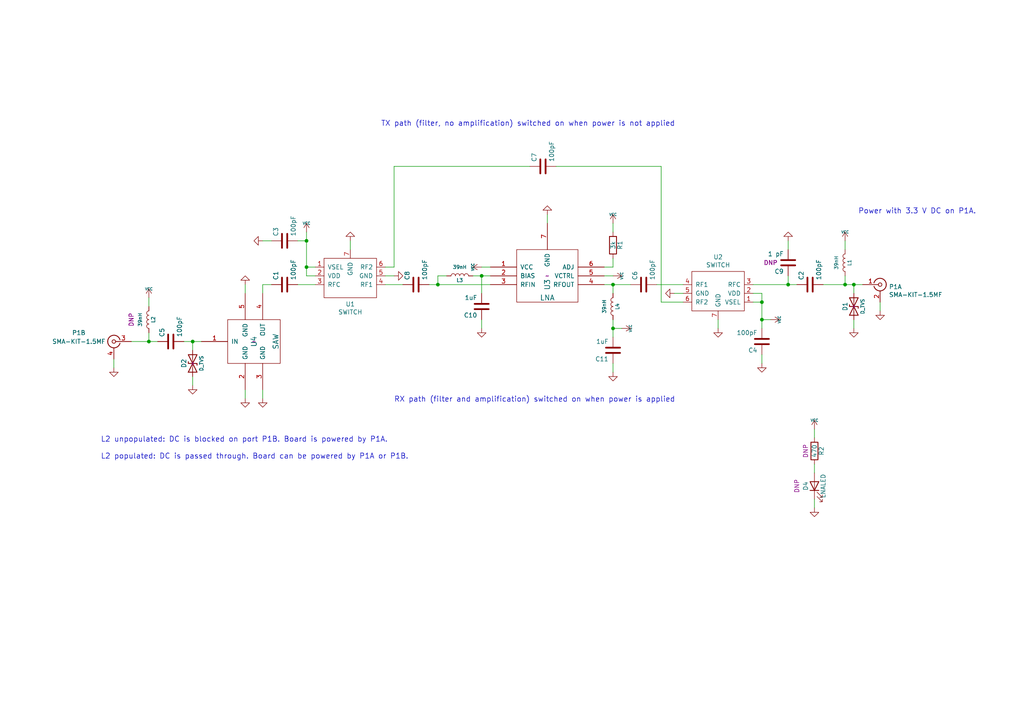
<source format=kicad_sch>
(kicad_sch (version 20230121) (generator eeschema)
  (paper "A4")
  (title_block (date "13 apr 2014"))
  (lib_symbols
    (symbol "Device:C" (pin_numbers hide) (pin_names (offset 0.254))
      (property "Reference" "C" (at 0.635 2.54 0))
      (property "Value" "C" (at 0.635 -2.54 0))
      (symbol "C_0_1"
        (polyline (pts (xy -2.032 -0.762) (xy 2.032 -0.762)) (stroke (width 0.508)))
        (polyline (pts (xy -2.032 0.762) (xy 2.032 0.762)) (stroke (width 0.508)))
      )
      (symbol "C_1_1"
        (pin passive line (at 0 3.81 270) (length 2.794) (name "~") (number "1"))
        (pin passive line (at 0 -3.81 90) (length 2.794) (name "~") (number "2"))
      )
    )
    (symbol "Device:D_TVS" (pin_numbers hide) (pin_names (offset 1.016) hide)
      (property "Reference" "D" (at 0 2.54 0))
      (property "Value" "D_TVS" (at 0 -2.54 0))
      (symbol "D_TVS_0_1"
        (polyline (pts (xy 1.27 0) (xy -1.27 0)))
        (polyline (pts (xy 0.508 1.27) (xy 0 1.27) (xy 0 -1.27) (xy -0.508 -1.27)) (stroke (width 0.254)))
        (polyline (pts (xy -2.54 1.27) (xy -2.54 -1.27) (xy 2.54 1.27) (xy 2.54 -1.27) (xy -2.54 1.27)) (stroke (width 0.254)))
      )
      (symbol "D_TVS_1_1"
        (pin passive line (at -3.81 0 0) (length 2.54) (name "A1") (number "1"))
        (pin passive line (at 3.81 0 180) (length 2.54) (name "A2") (number "2"))
      )
    )
    (symbol "Device:L" (pin_numbers hide) (pin_names (offset 1.016) hide)
      (property "Reference" "L" (at -1.27 0 90))
      (property "Value" "L" (at 1.905 0 90))
      (symbol "L_0_1"
        (arc (start 0 -2.54) (mid 0.6323 -1.905) (end 0 -1.27))
        (arc (start 0 -1.27) (mid 0.6323 -0.635) (end 0 0))
        (arc (start 0 0) (mid 0.6323 0.635) (end 0 1.27))
        (arc (start 0 1.27) (mid 0.6323 1.905) (end 0 2.54))
      )
      (symbol "L_1_1"
        (pin passive line (at 0 3.81 270) (length 1.27) (name "1") (number "1"))
        (pin passive line (at 0 -3.81 90) (length 1.27) (name "2") (number "2"))
      )
    )
    (symbol "Device:LED" (pin_numbers hide) (pin_names (offset 1.016) hide)
      (property "Reference" "D" (at 0 2.54 0))
      (property "Value" "LED" (at 0 -2.54 0))
      (symbol "LED_0_1"
        (polyline (pts (xy -1.27 -1.27) (xy -1.27 1.27)) (stroke (width 0.254)))
        (polyline (pts (xy -1.27 0) (xy 1.27 0)))
        (polyline (pts (xy 1.27 -1.27) (xy 1.27 1.27) (xy -1.27 0) (xy 1.27 -1.27)) (stroke (width 0.254)))
        (polyline (pts (xy -3.048 -0.762) (xy -4.572 -2.286) (xy -3.81 -2.286) (xy -4.572 -2.286) (xy -4.572 -1.524)))
        (polyline (pts (xy -1.778 -0.762) (xy -3.302 -2.286) (xy -2.54 -2.286) (xy -3.302 -2.286) (xy -3.302 -1.524)))
      )
      (symbol "LED_1_1"
        (pin passive line (at -3.81 0 0) (length 2.54) (name "K") (number "1"))
        (pin passive line (at 3.81 0 180) (length 2.54) (name "A") (number "2"))
      )
    )
    (symbol "Device:R" (pin_numbers hide) (pin_names (offset 0))
      (property "Reference" "R" (at 2.032 0 90))
      (property "Value" "R" (at 0 0 90))
      (symbol "R_0_1"
        (rectangle (start -1.016 -2.54) (end 1.016 2.54) (stroke (width 0.254)))
      )
      (symbol "R_1_1"
        (pin passive line (at 0 3.81 270) (length 1.27) (name "~") (number "1"))
        (pin passive line (at 0 -3.81 90) (length 1.27) (name "~") (number "2"))
      )
    )
    (symbol "LNA915-rescue:BGB741L7ESD-gsg-symbols" (pin_names (offset 1.016))
      (property "Reference" "U" (at 0 -2.54 90))
      (property "Value" "gsg-symbols_BGB741L7ESD" (at 0 -6.35 0))
      (symbol "BGB741L7ESD-gsg-symbols_0_1"
        (rectangle (start -8.89 7.62) (end 8.89 -7.62))
      )
      (symbol "BGB741L7ESD-gsg-symbols_1_1"
        (pin power_in line (at -16.51 2.54 0) (length 7.62) (name "VCC") (number "1"))
        (pin output line (at -16.51 0 0) (length 7.62) (name "BIAS") (number "2"))
        (pin input line (at -16.51 -2.54 0) (length 7.62) (name "RFIN") (number "3"))
        (pin output line (at 16.51 -2.54 180) (length 7.62) (name "RFOUT") (number "4"))
        (pin input line (at 16.51 0 180) (length 7.62) (name "VCTRL") (number "5"))
        (pin input line (at 16.51 2.54 180) (length 7.62) (name "ADJ") (number "6"))
        (pin power_in line (at 0 15.24 270) (length 7.62) (name "GND") (number "7"))
      )
    )
    (symbol "LNA915-rescue:FAR-F5QA-gsg-symbols" (pin_names (offset 1.016))
      (property "Reference" "U" (at 0 0 90))
      (property "Value" "gsg-symbols_FAR-F5QA" (at 6.35 0 90))
      (symbol "FAR-F5QA-gsg-symbols_0_1"
        (rectangle (start -7.62 6.35) (end 7.62 -6.35))
      )
      (symbol "FAR-F5QA-gsg-symbols_1_1"
        (pin bidirectional line (at -15.24 0 0) (length 7.62) (name "IN") (number "1"))
        (pin power_in line (at -2.54 -13.97 90) (length 7.62) (name "GND") (number "2"))
        (pin power_in line (at 2.54 -13.97 90) (length 7.62) (name "GND") (number "3"))
        (pin bidirectional line (at 2.54 13.97 270) (length 7.62) (name "OUT") (number "4"))
        (pin power_in line (at -2.54 13.97 270) (length 7.62) (name "GND") (number "5"))
      )
    )
    (symbol "LNA915-rescue:GRF6011-gsg-symbols" (pin_names (offset 1.016))
      (property "Reference" "U" (at 0 -2.54 0))
      (property "Value" "gsg-symbols_GRF6011" (at 0 -5.08 0))
      (symbol "GRF6011-gsg-symbols_0_1"
        (rectangle (start -7.62 5.08) (end 7.62 -6.35))
      )
      (symbol "GRF6011-gsg-symbols_1_1"
        (pin input line (at -10.16 2.54 0) (length 2.54) (name "VSEL") (number "1"))
        (pin power_in line (at -10.16 0 0) (length 2.54) (name "VDD") (number "2"))
        (pin bidirectional line (at -10.16 -2.54 0) (length 2.54) (name "RFC") (number "3"))
        (pin bidirectional line (at 10.16 -2.54 180) (length 2.54) (name "RF1") (number "4"))
        (pin power_in line (at 10.16 0 180) (length 2.54) (name "GND") (number "5"))
        (pin bidirectional line (at 10.16 2.54 180) (length 2.54) (name "RF2") (number "6"))
        (pin power_in line (at 0 7.62 270) (length 2.54) (name "GND") (number "7"))
      )
    )
    (symbol "LNA915-rescue:SMA-KIT-1.5MF-gsg-symbols" (pin_names (offset 1.016) hide)
      (property "Reference" "P" (at 0 3.302 0))
      (property "Value" "gsg-symbols_SMA-KIT-1.5MF" (at 3.048 0 90))
      (symbol "SMA-KIT-1.5MF-gsg-symbols_0_1"
        (arc (start -1.778 -0.508) (mid 0.2311 -1.8066) (end 1.778 0) (stroke (width 0.254)))
        (circle (center 0 0) (radius 0.508) (stroke (width 0.2032)))
        (arc (start 1.778 0) (mid 0.2099 1.8101) (end -1.778 0.508) (stroke (width 0.254)))
      )
      (symbol "SMA-KIT-1.5MF-gsg-symbols_1_1"
        (pin passive line (at -5.08 0 0) (length 4.572) (name "RF") (number "1"))
        (pin passive line (at 0 -5.08 90) (length 3.302) (name "SHIELD") (number "2"))
      )
      (symbol "SMA-KIT-1.5MF-gsg-symbols_2_1"
        (pin passive line (at -5.08 0 0) (length 4.572) (name "RF") (number "3"))
        (pin passive line (at 0 -5.08 90) (length 3.302) (name "SHIELD") (number "4"))
      )
    )
    (symbol "power:GND" (power) (pin_names (offset 0))
      (property "Value" "GND" (at 0 -3.81 0))
      (symbol "GND_0_1"
        (polyline (pts (xy 0 0) (xy 0 -1.27) (xy 1.27 -1.27) (xy 0 -2.54) (xy -1.27 -1.27) (xy 0 -1.27)))
      )
      (symbol "GND_1_1"
        (pin power_in line (at 0 0 270) (length 0) hide (name "GND") (number "1"))
      )
    )
    (symbol "power:VCC" (power) (pin_names (offset 0))
      (property "Value" "VCC" (at 0 3.81 0))
      (symbol "VCC_0_1"
        (polyline (pts (xy -0.762 1.27) (xy 0 2.54)))
        (polyline (pts (xy 0 0) (xy 0 2.54)))
        (polyline (pts (xy 0 2.54) (xy 0.762 1.27)))
      )
      (symbol "VCC_1_1"
        (pin power_in line (at 0 0 90) (length 0) hide (name "VCC") (number "1"))
      )
    )
  )
  (junction (at 43.18 99.06))
  (junction (at 247.65 82.55))
  (junction (at 220.98 87.63))
  (junction (at 220.98 92.71))
  (junction (at 88.9 77.47))
  (junction (at 55.88 99.06))
  (junction (at 177.8 95.25))
  (junction (at 127 82.55))
  (junction (at 228.6 82.55))
  (junction (at 245.11 82.55))
  (junction (at 177.8 82.55))
  (junction (at 139.7 80.01))
  (junction (at 88.9 69.85))
  (wire (pts (xy 158.75 62.23) (xy 158.75 64.77)))
  (wire (pts (xy 228.6 80.01) (xy 228.6 82.55)))
  (wire (pts (xy 129.54 80.01) (xy 127 80.01)))
  (wire (pts (xy 245.11 69.85) (xy 245.11 72.39)))
  (wire (pts (xy 236.22 144.78) (xy 236.22 147.32)))
  (wire (pts (xy 177.8 95.25) (xy 177.8 97.79)))
  (wire (pts (xy 177.8 64.77) (xy 177.8 67.31)))
  (wire (pts (xy 220.98 85.09) (xy 220.98 87.63)))
  (wire (pts (xy 55.88 99.06) (xy 55.88 101.6)))
  (wire (pts (xy 111.76 77.47) (xy 114.3 77.47)))
  (wire (pts (xy 88.9 69.85) (xy 88.9 67.31)))
  (wire (pts (xy 55.88 111.76) (xy 55.88 109.22)))
  (wire (pts (xy 137.16 80.01) (xy 139.7 80.01)))
  (wire (pts (xy 220.98 102.87) (xy 220.98 105.41)))
  (wire (pts (xy 71.12 113.03) (xy 71.12 115.57)))
  (wire (pts (xy 255.27 87.63) (xy 255.27 90.17)))
  (wire (pts (xy 76.2 82.55) (xy 78.74 82.55)))
  (wire (pts (xy 76.2 82.55) (xy 76.2 85.09)))
  (wire (pts (xy 177.8 77.47) (xy 177.8 74.93)))
  (wire (pts (xy 111.76 82.55) (xy 116.84 82.55)))
  (wire (pts (xy 195.58 85.09) (xy 198.12 85.09)))
  (wire (pts (xy 177.8 82.55) (xy 182.88 82.55)))
  (wire (pts (xy 175.26 80.01) (xy 177.8 80.01)))
  (wire (pts (xy 139.7 80.01) (xy 139.7 85.09)))
  (wire (pts (xy 220.98 92.71) (xy 220.98 95.25)))
  (wire (pts (xy 175.26 82.55) (xy 177.8 82.55)))
  (wire (pts (xy 191.77 48.26) (xy 191.77 87.63)))
  (wire (pts (xy 55.88 99.06) (xy 58.42 99.06)))
  (wire (pts (xy 175.26 77.47) (xy 177.8 77.47)))
  (wire (pts (xy 76.2 113.03) (xy 76.2 115.57)))
  (wire (pts (xy 236.22 124.46) (xy 236.22 127)))
  (wire (pts (xy 114.3 80.01) (xy 111.76 80.01)))
  (wire (pts (xy 238.76 82.55) (xy 245.11 82.55)))
  (wire (pts (xy 177.8 95.25) (xy 180.34 95.25)))
  (wire (pts (xy 88.9 77.47) (xy 88.9 69.85)))
  (wire (pts (xy 247.65 92.71) (xy 247.65 95.25)))
  (wire (pts (xy 127 82.55) (xy 142.24 82.55)))
  (wire (pts (xy 86.36 82.55) (xy 91.44 82.55)))
  (wire (pts (xy 38.1 99.06) (xy 43.18 99.06)))
  (wire (pts (xy 218.44 87.63) (xy 220.98 87.63)))
  (wire (pts (xy 220.98 87.63) (xy 220.98 92.71)))
  (wire (pts (xy 247.65 82.55) (xy 247.65 85.09)))
  (wire (pts (xy 86.36 69.85) (xy 88.9 69.85)))
  (wire (pts (xy 236.22 134.62) (xy 236.22 137.16)))
  (wire (pts (xy 218.44 82.55) (xy 228.6 82.55)))
  (wire (pts (xy 71.12 82.55) (xy 71.12 85.09)))
  (wire (pts (xy 223.52 92.71) (xy 220.98 92.71)))
  (wire (pts (xy 114.3 77.47) (xy 114.3 48.26)))
  (wire (pts (xy 139.7 80.01) (xy 142.24 80.01)))
  (wire (pts (xy 208.28 92.71) (xy 208.28 95.25)))
  (wire (pts (xy 127 80.01) (xy 127 82.55)))
  (wire (pts (xy 198.12 82.55) (xy 190.5 82.55)))
  (wire (pts (xy 33.02 106.68) (xy 33.02 104.14)))
  (wire (pts (xy 43.18 99.06) (xy 45.72 99.06)))
  (wire (pts (xy 43.18 96.52) (xy 43.18 99.06)))
  (wire (pts (xy 91.44 77.47) (xy 88.9 77.47)))
  (wire (pts (xy 53.34 99.06) (xy 55.88 99.06)))
  (wire (pts (xy 91.44 80.01) (xy 88.9 80.01)))
  (wire (pts (xy 43.18 86.36) (xy 43.18 88.9)))
  (wire (pts (xy 88.9 80.01) (xy 88.9 77.47)))
  (wire (pts (xy 76.2 69.85) (xy 78.74 69.85)))
  (wire (pts (xy 124.46 82.55) (xy 127 82.55)))
  (wire (pts (xy 139.7 77.47) (xy 142.24 77.47)))
  (wire (pts (xy 139.7 95.25) (xy 139.7 92.71)))
  (wire (pts (xy 191.77 87.63) (xy 198.12 87.63)))
  (wire (pts (xy 245.11 80.01) (xy 245.11 82.55)))
  (wire (pts (xy 177.8 82.55) (xy 177.8 85.09)))
  (wire (pts (xy 177.8 105.41) (xy 177.8 107.95)))
  (wire (pts (xy 228.6 82.55) (xy 231.14 82.55)))
  (wire (pts (xy 114.3 48.26) (xy 153.67 48.26)))
  (wire (pts (xy 218.44 85.09) (xy 220.98 85.09)))
  (wire (pts (xy 247.65 82.55) (xy 250.19 82.55)))
  (wire (pts (xy 161.29 48.26) (xy 191.77 48.26)))
  (wire (pts (xy 101.6 72.39) (xy 101.6 69.85)))
  (wire (pts (xy 177.8 92.71) (xy 177.8 95.25)))
  (wire (pts (xy 228.6 69.85) (xy 228.6 72.39)))
  (wire (pts (xy 245.11 82.55) (xy 247.65 82.55)))
  (text "Power with 3.3 V DC on P1A." (at 248.92 62.23 0) (effects (font (size 1.524 1.524)) (justify left bottom)))
  (text "L2 unpopulated: DC is blocked on port P1B. Board is powered by P1A.\n\nL2 populated: DC is passed through. Board can be powered by P1A or P1B." (at 29.21 133.35 0) (effects (font (size 1.524 1.524)) (justify left bottom)))
  (text "TX path (filter, no amplification) switched on when power is not applied" (at 110.49 36.83 0) (effects (font (size 1.524 1.524)) (justify left bottom)))
  (text "RX path (filter and amplification) switched on when power is applied\n" (at 114.3 116.84 0) (effects (font (size 1.524 1.524)) (justify left bottom)))
  (symbol (lib_id "Device:D_TVS") (at 247.65 88.9 90) (unit 1)
    (property "Reference" "D1" (at 245.11 88.9 0))
    (property "Value" "D_TVS" (at 250.19 88.9 0) (effects (font (size 1.016 1.016))))
    (property "Footprint" "gsg-modules:0402" (effects hide))
    (property "Datasheet" "~" (at 247.65 88.9 0) (effects (font (size 1.524 1.524))))
    (property "Manufacturer" "Murata" (effects hide))
    (property "Part Number" "LXES15AAA1-153" (effects hide))
    (property "Description" "TVS DIODE 4V 1005" (effects hide))
  )
  (symbol (lib_id "power:GND") (at 255.27 90.17 0) (unit 1)
    (property "Reference" "#PWR01" (effects hide))
    (property "Value" "GND" (effects hide))
  )
  (symbol (lib_id "power:GND") (at 247.65 95.25 0) (unit 1)
    (property "Reference" "#PWR02" (effects hide))
    (property "Value" "GND" (effects hide))
  )
  (symbol (lib_id "power:GND") (at 55.88 111.76 0) (unit 1)
    (property "Reference" "#PWR03" (effects hide))
    (property "Value" "GND" (effects hide))
  )
  (symbol (lib_id "power:GND") (at 33.02 106.68 0) (unit 1)
    (property "Reference" "#PWR04" (effects hide))
    (property "Value" "GND" (effects hide))
  )
  (symbol (lib_id "Device:C") (at 49.53 99.06 90) (unit 1)
    (property "Reference" "C5" (at 46.99 97.79 0) (effects (justify left)))
    (property "Value" "100pF" (at 52.07 97.79 0) (effects (justify left)))
    (property "Footprint" "gsg-modules:0402" (effects hide))
    (property "Manufacturer" "Murata" (effects hide))
    (property "Part Number" "GCM1555C1H101JA16" (effects hide))
    (property "Description" "CAP CER 100PF 50V 5% NP0 0402" (effects hide))
  )
  (symbol (lib_id "LNA915-rescue:FAR-F5QA-gsg-symbols") (at 73.66 99.06 0) (unit 1)
    (property "Reference" "U4" (at 73.66 99.06 90) (effects (font (size 1.524 1.524))))
    (property "Value" "SAW" (at 80.01 99.06 90) (effects (font (size 1.524 1.524))))
    (property "Footprint" "gsg-modules:F5Q" (effects hide))
    (property "Datasheet" "~" (at 73.66 99.06 0) (effects (font (size 1.524 1.524))))
    (property "Manufacturer" "Taiyo Yuden" (effects hide))
    (property "Part Number" "FAR-F5QA-915M00-M2AK-J" (effects hide))
    (property "Description" "FILTER SAW 915MHZ ISM900 SMD" (effects hide))
  )
  (symbol (lib_id "power:GND") (at 71.12 115.57 0) (unit 1)
    (property "Reference" "#PWR05" (effects hide))
    (property "Value" "GND" (effects hide))
  )
  (symbol (lib_id "power:GND") (at 76.2 115.57 0) (unit 1)
    (property "Reference" "#PWR06" (effects hide))
    (property "Value" "GND" (effects hide))
  )
  (symbol (lib_id "power:GND") (at 71.12 82.55 180) (unit 1)
    (property "Reference" "#PWR07" (effects hide))
    (property "Value" "GND" (effects hide))
  )
  (symbol (lib_id "Device:LED") (at 236.22 140.97 90) (unit 1)
    (property "Reference" "D4" (at 233.68 140.97 0))
    (property "Value" "LNALED" (at 238.76 140.97 0))
    (property "Footprint" "gsg-modules:0402" (effects hide))
    (property "Note" "DNP" (at 231.14 140.97 0))
  )
  (symbol (lib_id "LNA915-rescue:BGB741L7ESD-gsg-symbols") (at 158.75 80.01 0) (unit 1)
    (property "Reference" "U3" (at 158.75 82.55 90) (effects (font (size 1.524 1.524))))
    (property "Value" "LNA" (at 158.75 86.36 0) (effects (font (size 1.524 1.524))))
    (property "Footprint" "gsg-modules:TSLP-7-1" (effects hide))
    (property "Datasheet" "~" (at 158.75 80.01 0) (effects (font (size 1.524 1.524))))
    (property "Manufacturer" "Infineon" (effects hide))
    (property "Part Number" "BGB 741L7ESD E6327" (effects hide))
    (property "Description" "IC AMP MMIC LNA TSLP7-1" (effects hide))
  )
  (symbol (lib_id "power:GND") (at 158.75 62.23 180) (unit 1)
    (property "Reference" "#PWR08" (effects hide))
    (property "Value" "GND" (effects hide))
  )
  (symbol (lib_id "power:VCC") (at 139.7 77.47 90) (unit 1)
    (property "Reference" "#PWR09" (effects hide))
    (property "Value" "VCC" (at 137.16 77.47 0) (effects (font (size 0.762 0.762))))
  )
  (symbol (lib_id "Device:R") (at 177.8 71.12 0) (unit 1)
    (property "Reference" "R1" (at 179.832 71.12 90))
    (property "Value" "3k" (at 177.8 71.12 90))
    (property "Footprint" "gsg-modules:0402" (effects hide))
    (property "Manufacturer" "Stackpole" (effects hide))
    (property "Part Number" "RMCF0402FT3K00" (effects hide))
    (property "Description" "RES 3K OHM 1/16W 1% 0402" (effects hide))
  )
  (symbol (lib_id "power:VCC") (at 177.8 64.77 0) (unit 1)
    (property "Reference" "#PWR010" (effects hide))
    (property "Value" "VCC" (at 177.8 62.23 0) (effects (font (size 0.762 0.762))))
  )
  (symbol (lib_id "power:VCC") (at 177.8 80.01 270) (unit 1)
    (property "Reference" "#PWR011" (effects hide))
    (property "Value" "VCC" (at 180.34 80.01 0) (effects (font (size 0.762 0.762))))
  )
  (symbol (lib_id "Device:L") (at 177.8 88.9 180) (unit 1)
    (property "Reference" "L4" (at 179.07 88.9 90) (effects (font (size 1.016 1.016))))
    (property "Value" "39nH" (at 175.26 88.9 90) (effects (font (size 1.016 1.016))))
    (property "Footprint" "gsg-modules:0402" (effects hide))
    (property "Manufacturer" "Taiyo Yuden" (effects hide))
    (property "Part Number" "HK100539NJ-T" (effects hide))
    (property "Description" "INDUCTOR HI FREQ 39NH 5% 0402" (effects hide))
  )
  (symbol (lib_id "power:VCC") (at 180.34 95.25 270) (unit 1)
    (property "Reference" "#PWR012" (effects hide))
    (property "Value" "VCC" (at 182.88 95.25 0) (effects (font (size 0.762 0.762))))
  )
  (symbol (lib_id "Device:C") (at 139.7 88.9 180) (unit 1)
    (property "Reference" "C10" (at 138.43 91.44 0) (effects (justify left)))
    (property "Value" "1uF" (at 138.43 86.36 0) (effects (justify left)))
    (property "Footprint" "gsg-modules:0402" (effects hide))
    (property "Manufacturer" "Taiyo Yuden" (effects hide))
    (property "Part Number" "LMK105BJ105KV-F" (effects hide))
    (property "Description" "CAP CER 1UF 10V 10% X5R 0402" (effects hide))
  )
  (symbol (lib_id "power:GND") (at 139.7 95.25 0) (unit 1)
    (property "Reference" "#PWR013" (effects hide))
    (property "Value" "GND" (effects hide))
  )
  (symbol (lib_id "power:GND") (at 177.8 107.95 0) (unit 1)
    (property "Reference" "#PWR014" (effects hide))
    (property "Value" "GND" (effects hide))
  )
  (symbol (lib_id "Device:L") (at 133.35 80.01 90) (unit 1)
    (property "Reference" "L3" (at 133.35 81.28 90) (effects (font (size 1.016 1.016))))
    (property "Value" "39nH" (at 133.35 77.47 90) (effects (font (size 1.016 1.016))))
    (property "Footprint" "gsg-modules:0402" (effects hide))
    (property "Manufacturer" "Taiyo Yuden" (effects hide))
    (property "Part Number" "HK100539NJ-T" (effects hide))
    (property "Description" "INDUCTOR HI FREQ 39NH 5% 0402" (effects hide))
  )
  (symbol (lib_id "Device:L") (at 245.11 76.2 180) (unit 1)
    (property "Reference" "L1" (at 246.38 76.2 90) (effects (font (size 1.016 1.016))))
    (property "Value" "39nH" (at 242.57 76.2 90) (effects (font (size 1.016 1.016))))
    (property "Footprint" "gsg-modules:0402" (effects hide))
    (property "Manufacturer" "Taiyo Yuden" (effects hide))
    (property "Part Number" "HK100539NJ-T" (effects hide))
    (property "Description" "INDUCTOR HI FREQ 39NH 5% 0402" (effects hide))
  )
  (symbol (lib_id "power:VCC") (at 245.11 69.85 0) (unit 1)
    (property "Reference" "#PWR015" (effects hide))
    (property "Value" "VCC" (at 245.11 67.31 0) (effects (font (size 0.762 0.762))))
  )
  (symbol (lib_id "Device:R") (at 236.22 130.81 0) (unit 1)
    (property "Reference" "R2" (at 238.252 130.81 90))
    (property "Value" "470" (at 236.22 130.81 90))
    (property "Footprint" "gsg-modules:0402" (effects hide))
    (property "Manufacturer" "Stackpole" (effects hide))
    (property "Part Number" "RMCF0402JT470R" (effects hide))
    (property "Description" "RES TF 1/16W 470 OHM 5% 0402" (effects hide))
    (property "Note" "DNP" (at 233.68 130.81 90))
  )
  (symbol (lib_id "power:GND") (at 236.22 147.32 0) (unit 1)
    (property "Reference" "#PWR016" (effects hide))
    (property "Value" "GND" (effects hide))
  )
  (symbol (lib_id "power:VCC") (at 236.22 124.46 0) (unit 1)
    (property "Reference" "#PWR017" (effects hide))
    (property "Value" "VCC" (at 236.22 121.92 0) (effects (font (size 0.762 0.762))))
  )
  (symbol (lib_id "Device:C") (at 157.48 48.26 90) (unit 1)
    (property "Reference" "C7" (at 154.94 46.99 0) (effects (justify left)))
    (property "Value" "100pF" (at 160.02 46.99 0) (effects (justify left)))
    (property "Footprint" "gsg-modules:0402" (effects hide))
    (property "Manufacturer" "Murata" (effects hide))
    (property "Part Number" "GCM1555C1H101JA16" (effects hide))
    (property "Description" "CAP CER 100PF 50V 5% NP0 0402" (effects hide))
  )
  (symbol (lib_id "Device:C") (at 120.65 82.55 90) (unit 1)
    (property "Reference" "C8" (at 118.11 81.28 0) (effects (justify left)))
    (property "Value" "100pF" (at 123.19 81.28 0) (effects (justify left)))
    (property "Footprint" "gsg-modules:0402" (effects hide))
    (property "Manufacturer" "Murata" (effects hide))
    (property "Part Number" "GCM1555C1H101JA16" (effects hide))
    (property "Description" "CAP CER 100PF 50V 5% NP0 0402" (effects hide))
  )
  (symbol (lib_id "Device:C") (at 186.69 82.55 90) (unit 1)
    (property "Reference" "C6" (at 184.15 81.28 0) (effects (justify left)))
    (property "Value" "100pF" (at 189.23 81.28 0) (effects (justify left)))
    (property "Footprint" "gsg-modules:0402" (effects hide))
    (property "Manufacturer" "Murata" (effects hide))
    (property "Part Number" "GCM1555C1H101JA16" (effects hide))
    (property "Description" "CAP CER 100PF 50V 5% NP0 0402" (effects hide))
  )
  (symbol (lib_id "Device:C") (at 234.95 82.55 90) (unit 1)
    (property "Reference" "C2" (at 232.41 81.28 0) (effects (justify left)))
    (property "Value" "100pF" (at 237.49 81.28 0) (effects (justify left)))
    (property "Footprint" "gsg-modules:0402" (effects hide))
    (property "Manufacturer" "Murata" (effects hide))
    (property "Part Number" "GCM1555C1H101JA16" (effects hide))
    (property "Description" "CAP CER 100PF 50V 5% NP0 0402" (effects hide))
  )
  (symbol (lib_id "Device:C") (at 82.55 82.55 90) (unit 1)
    (property "Reference" "C1" (at 80.01 81.28 0) (effects (justify left)))
    (property "Value" "100pF" (at 85.09 81.28 0) (effects (justify left)))
    (property "Footprint" "gsg-modules:0402" (effects hide))
    (property "Manufacturer" "Murata" (effects hide))
    (property "Part Number" "GCM1555C1H101JA16" (effects hide))
    (property "Description" "CAP CER 100PF 50V 5% NP0 0402" (effects hide))
  )
  (symbol (lib_id "Device:C") (at 177.8 101.6 180) (unit 1)
    (property "Reference" "C11" (at 176.53 104.14 0) (effects (justify left)))
    (property "Value" "1uF" (at 176.53 99.06 0) (effects (justify left)))
    (property "Footprint" "gsg-modules:0402" (effects hide))
    (property "Manufacturer" "Taiyo Yuden" (effects hide))
    (property "Part Number" "LMK105BJ105KV-F" (effects hide))
    (property "Description" "CAP CER 1UF 10V 10% X5R 0402" (effects hide))
  )
  (symbol (lib_id "Device:D_TVS") (at 55.88 105.41 90) (unit 1)
    (property "Reference" "D2" (at 53.34 105.41 0))
    (property "Value" "D_TVS" (at 58.42 105.41 0) (effects (font (size 1.016 1.016))))
    (property "Footprint" "gsg-modules:0402" (effects hide))
    (property "Datasheet" "~" (at 55.88 105.41 0) (effects (font (size 1.524 1.524))))
    (property "Manufacturer" "Murata" (effects hide))
    (property "Part Number" "LXES15AAA1-153" (effects hide))
    (property "Description" "TVS DIODE 4V 1005" (effects hide))
  )
  (symbol (lib_id "LNA915-rescue:GRF6011-gsg-symbols") (at 101.6 80.01 0) (unit 1)
    (property "Reference" "U1" (at 101.6 88.2142 0))
    (property "Value" "SWITCH" (at 101.6 90.5256 0))
    (property "Footprint" "gsg-modules:GRF6011" (effects hide))
    (property "Description" "SPDT Failsafe Switch 0.1 –6.0 GHz " (effects hide))
    (property "Manufacturer" "Guerrilla RF" (effects hide))
    (property "Part Number" "GRF6011" (effects hide))
  )
  (symbol (lib_id "LNA915-rescue:SMA-KIT-1.5MF-gsg-symbols") (at 255.27 82.55 0) (unit 1)
    (property "Reference" "P1" (at 257.81 83.185 0) (effects (justify left)))
    (property "Value" "SMA-KIT-1.5MF" (at 257.81 85.4964 0) (effects (justify left)))
    (property "Footprint" "gsg-modules:SMA-KIT-1.5MF" (effects hide))
    (property "Description" "HOUSING BRASS 0.43\"DIA X 1.5\"L" (effects hide))
    (property "Manufacturer" "Crystek" (effects hide))
    (property "Part Number" "SMA-KIT-1.5MF" (effects hide))
  )
  (symbol (lib_id "LNA915-rescue:SMA-KIT-1.5MF-gsg-symbols") (at 33.02 99.06 0) (mirror y) (unit 2)
    (property "Reference" "P1" (at 22.86 96.52 0))
    (property "Value" "SMA-KIT-1.5MF" (at 22.86 99.06 0))
    (property "Footprint" "gsg-modules:SMA-KIT-1.5MF" (effects hide))
    (property "Description" "HOUSING BRASS 0.43\"DIA X 1.5\"L" (effects hide))
    (property "Manufacturer" "Crystek" (effects hide))
    (property "Part Number" "SMA-KIT-1.5MF" (effects hide))
  )
  (symbol (lib_id "LNA915-rescue:GRF6011-gsg-symbols") (at 208.28 85.09 180) (unit 1)
    (property "Reference" "U2" (at 208.28 74.549 0))
    (property "Value" "SWITCH" (at 208.28 76.8604 0))
    (property "Footprint" "gsg-modules:GRF6011" (effects hide))
    (property "Description" "SPDT Failsafe Switch 0.1 –6.0 GHz " (effects hide))
    (property "Manufacturer" "Guerrilla RF" (effects hide))
    (property "Part Number" "GRF6011" (effects hide))
  )
  (symbol (lib_id "Device:C") (at 82.55 69.85 90) (unit 1)
    (property "Reference" "C3" (at 80.01 68.58 0) (effects (justify left)))
    (property "Value" "100pF" (at 85.09 68.58 0) (effects (justify left)))
    (property "Footprint" "gsg-modules:0402" (effects hide))
    (property "Manufacturer" "Murata" (effects hide))
    (property "Part Number" "GCM1555C1H101JA16" (effects hide))
    (property "Description" "CAP CER 100PF 50V 5% NP0 0402" (effects hide))
  )
  (symbol (lib_id "power:VCC") (at 88.9 67.31 0) (unit 1)
    (property "Reference" "#PWR0101" (effects hide))
    (property "Value" "VCC" (at 88.9 64.77 0) (effects (font (size 0.762 0.762))))
  )
  (symbol (lib_id "power:GND") (at 76.2 69.85 270) (unit 1)
    (property "Reference" "#PWR0102" (effects hide))
    (property "Value" "GND" (effects hide))
  )
  (symbol (lib_id "power:VCC") (at 223.52 92.71 270) (unit 1)
    (property "Reference" "#PWR0103" (effects hide))
    (property "Value" "VCC" (at 226.06 92.71 0) (effects (font (size 0.762 0.762))))
  )
  (symbol (lib_id "Device:C") (at 220.98 99.06 180) (unit 1)
    (property "Reference" "C4" (at 219.71 101.6 0) (effects (justify left)))
    (property "Value" "100pF" (at 219.71 96.52 0) (effects (justify left)))
    (property "Footprint" "gsg-modules:0402" (effects hide))
    (property "Manufacturer" "Murata" (effects hide))
    (property "Part Number" "GCM1555C1H101JA16" (effects hide))
    (property "Description" "CAP CER 100PF 50V 5% NP0 0402" (effects hide))
  )
  (symbol (lib_id "power:GND") (at 220.98 105.41 0) (unit 1)
    (property "Reference" "#PWR0104" (effects hide))
    (property "Value" "GND" (effects hide))
  )
  (symbol (lib_id "power:GND") (at 101.6 69.85 180) (unit 1)
    (property "Reference" "#PWR0105" (effects hide))
    (property "Value" "GND" (effects hide))
  )
  (symbol (lib_id "power:GND") (at 114.3 80.01 90) (unit 1)
    (property "Reference" "#PWR0106" (effects hide))
    (property "Value" "GND" (effects hide))
  )
  (symbol (lib_id "power:GND") (at 208.28 95.25 0) (unit 1)
    (property "Reference" "#PWR0107" (effects hide))
    (property "Value" "GND" (effects hide))
  )
  (symbol (lib_id "power:GND") (at 195.58 85.09 270) (unit 1)
    (property "Reference" "#PWR0108" (effects hide))
    (property "Value" "GND" (effects hide))
  )
  (symbol (lib_id "power:VCC") (at 43.18 86.36 0) (unit 1)
    (property "Reference" "#PWR0109" (effects hide))
    (property "Value" "VCC" (at 43.18 83.82 0) (effects (font (size 0.762 0.762))))
  )
  (symbol (lib_id "Device:L") (at 43.18 92.71 180) (unit 1)
    (property "Reference" "L2" (at 44.45 92.71 90) (effects (font (size 1.016 1.016))))
    (property "Value" "39nH" (at 40.64 92.71 90) (effects (font (size 1.016 1.016))))
    (property "Footprint" "gsg-modules:0402" (effects hide))
    (property "Manufacturer" "Taiyo Yuden" (effects hide))
    (property "Part Number" "HK100539NJ-T" (effects hide))
    (property "Description" "INDUCTOR HI FREQ 39NH 5% 0402" (effects hide))
    (property "Note" "DNP" (at 38.1 92.71 90))
  )
  (symbol (lib_id "Device:C") (at 228.6 76.2 180) (unit 1)
    (property "Reference" "C9" (at 227.33 78.74 0) (effects (justify left)))
    (property "Value" "1 pF" (at 227.33 73.66 0) (effects (justify left)))
    (property "Footprint" "gsg-modules:0402" (effects hide))
    (property "Note" "DNP" (at 223.52 76.2 0))
  )
  (symbol (lib_id "power:GND") (at 228.6 69.85 180) (unit 1)
    (property "Reference" "#PWR018" (effects hide))
    (property "Value" "GND" (effects hide))
  )
)
</source>
